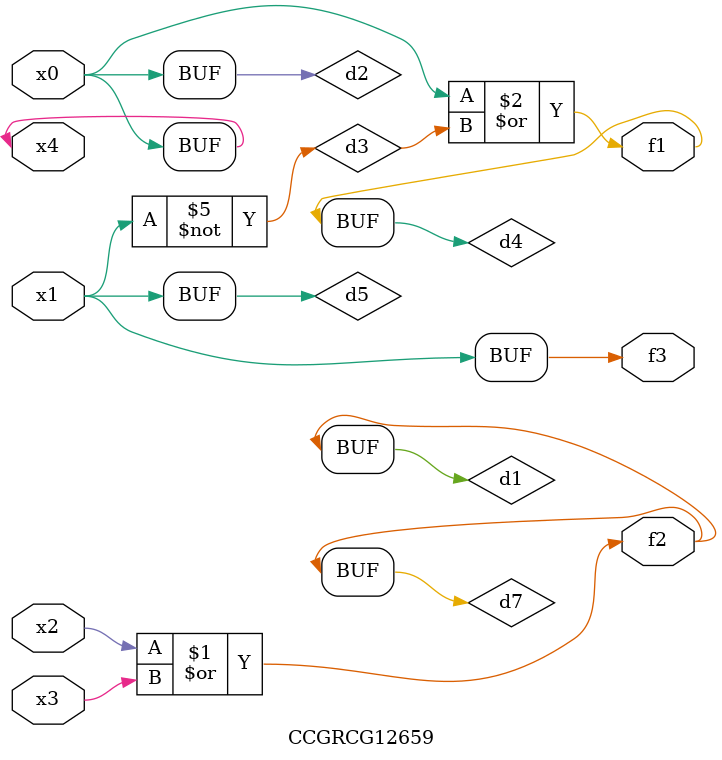
<source format=v>
module CCGRCG12659(
	input x0, x1, x2, x3, x4,
	output f1, f2, f3
);

	wire d1, d2, d3, d4, d5, d6, d7;

	or (d1, x2, x3);
	buf (d2, x0, x4);
	not (d3, x1);
	or (d4, d2, d3);
	not (d5, d3);
	nand (d6, d1, d3);
	or (d7, d1);
	assign f1 = d4;
	assign f2 = d7;
	assign f3 = d5;
endmodule

</source>
